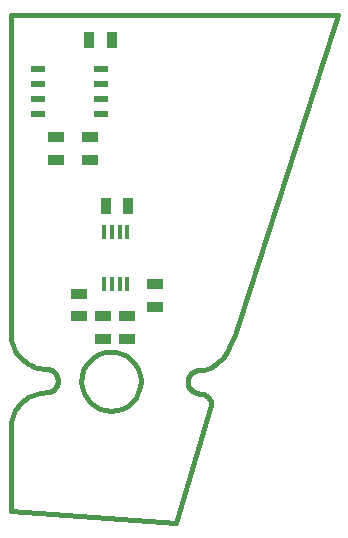
<source format=gbp>
G04 (created by PCBNEW-RS274X (2012-01-19 BZR 3256)-stable) date 21-08-2012 21:42:41*
G01*
G70*
G90*
%MOIN*%
G04 Gerber Fmt 3.4, Leading zero omitted, Abs format*
%FSLAX34Y34*%
G04 APERTURE LIST*
%ADD10C,0.006000*%
%ADD11C,0.015000*%
%ADD12R,0.045000X0.020000*%
%ADD13R,0.035000X0.055000*%
%ADD14R,0.055000X0.035000*%
%ADD15R,0.016000X0.050000*%
G04 APERTURE END LIST*
G54D10*
G54D11*
X50413Y-33996D02*
X50610Y-33819D01*
X50256Y-34114D02*
X50413Y-33996D01*
X50197Y-34154D02*
X50256Y-34114D01*
X50098Y-34193D02*
X50197Y-34154D01*
X49980Y-34213D02*
X50098Y-34193D01*
X49843Y-34213D02*
X49980Y-34213D01*
X50768Y-33602D02*
X50610Y-33819D01*
X50906Y-33327D02*
X50768Y-33602D01*
X51024Y-33031D02*
X50906Y-33327D01*
X49843Y-34212D02*
X49809Y-34214D01*
X49775Y-34218D01*
X49742Y-34226D01*
X49709Y-34236D01*
X49677Y-34249D01*
X49647Y-34265D01*
X49618Y-34284D01*
X49590Y-34305D01*
X49565Y-34328D01*
X49542Y-34353D01*
X49521Y-34381D01*
X49502Y-34410D01*
X49486Y-34440D01*
X49473Y-34472D01*
X49463Y-34505D01*
X49455Y-34538D01*
X49451Y-34572D01*
X49449Y-34606D01*
X50237Y-35394D02*
X50235Y-35360D01*
X50231Y-35326D01*
X50223Y-35293D01*
X50213Y-35260D01*
X50200Y-35228D01*
X50184Y-35198D01*
X50165Y-35169D01*
X50144Y-35141D01*
X50121Y-35116D01*
X50096Y-35093D01*
X50068Y-35072D01*
X50040Y-35053D01*
X50009Y-35037D01*
X49977Y-35024D01*
X49944Y-35014D01*
X49911Y-35006D01*
X49877Y-35002D01*
X49843Y-35000D01*
X49449Y-34606D02*
X49451Y-34640D01*
X49455Y-34674D01*
X49463Y-34707D01*
X49473Y-34740D01*
X49486Y-34772D01*
X49502Y-34802D01*
X49521Y-34831D01*
X49542Y-34859D01*
X49565Y-34884D01*
X49590Y-34907D01*
X49618Y-34928D01*
X49647Y-34947D01*
X49677Y-34963D01*
X49709Y-34976D01*
X49742Y-34986D01*
X49775Y-34994D01*
X49809Y-34998D01*
X49843Y-35000D01*
X44724Y-34961D02*
X44622Y-34966D01*
X44519Y-34979D01*
X44419Y-35002D01*
X44321Y-35033D01*
X44225Y-35072D01*
X44134Y-35120D01*
X44047Y-35175D01*
X43965Y-35238D01*
X43889Y-35307D01*
X43820Y-35383D01*
X43757Y-35465D01*
X43702Y-35552D01*
X43654Y-35643D01*
X43615Y-35739D01*
X43584Y-35837D01*
X43561Y-35937D01*
X43548Y-36040D01*
X43543Y-36142D01*
X44724Y-34961D02*
X44758Y-34959D01*
X44792Y-34955D01*
X44825Y-34947D01*
X44858Y-34937D01*
X44890Y-34924D01*
X44921Y-34908D01*
X44949Y-34889D01*
X44977Y-34868D01*
X45002Y-34845D01*
X45025Y-34820D01*
X45046Y-34792D01*
X45065Y-34763D01*
X45081Y-34733D01*
X45094Y-34701D01*
X45104Y-34668D01*
X45112Y-34635D01*
X45116Y-34601D01*
X45118Y-34567D01*
X45118Y-34567D02*
X45116Y-34533D01*
X45112Y-34499D01*
X45104Y-34466D01*
X45094Y-34433D01*
X45081Y-34401D01*
X45065Y-34371D01*
X45046Y-34342D01*
X45025Y-34314D01*
X45002Y-34289D01*
X44977Y-34266D01*
X44949Y-34245D01*
X44921Y-34226D01*
X44890Y-34210D01*
X44858Y-34197D01*
X44825Y-34187D01*
X44792Y-34179D01*
X44758Y-34175D01*
X44724Y-34173D01*
X43543Y-32992D02*
X43548Y-33094D01*
X43561Y-33197D01*
X43584Y-33297D01*
X43615Y-33395D01*
X43654Y-33491D01*
X43702Y-33582D01*
X43757Y-33669D01*
X43820Y-33751D01*
X43889Y-33827D01*
X43965Y-33896D01*
X44047Y-33959D01*
X44134Y-34014D01*
X44225Y-34062D01*
X44321Y-34101D01*
X44419Y-34132D01*
X44519Y-34155D01*
X44622Y-34168D01*
X44724Y-34173D01*
X51024Y-33031D02*
X54449Y-22382D01*
X43543Y-32992D02*
X43543Y-22382D01*
X43543Y-22382D02*
X54449Y-22382D01*
X47878Y-34587D02*
X47859Y-34778D01*
X47803Y-34963D01*
X47712Y-35133D01*
X47591Y-35283D01*
X47442Y-35406D01*
X47272Y-35497D01*
X47088Y-35554D01*
X46896Y-35574D01*
X46705Y-35557D01*
X46520Y-35503D01*
X46350Y-35413D01*
X46199Y-35292D01*
X46075Y-35145D01*
X45982Y-34976D01*
X45924Y-34792D01*
X45903Y-34600D01*
X45919Y-34409D01*
X45972Y-34224D01*
X46060Y-34052D01*
X46180Y-33901D01*
X46327Y-33776D01*
X46495Y-33682D01*
X46678Y-33623D01*
X46870Y-33600D01*
X47061Y-33615D01*
X47247Y-33666D01*
X47419Y-33753D01*
X47571Y-33872D01*
X47697Y-34018D01*
X47792Y-34186D01*
X47853Y-34369D01*
X47877Y-34560D01*
X47878Y-34587D01*
X50236Y-35394D02*
X49055Y-39311D01*
X43543Y-38917D02*
X43543Y-36102D01*
X43543Y-38917D02*
X49055Y-39311D01*
G54D12*
X44444Y-24188D03*
X46544Y-24188D03*
X44444Y-24688D03*
X44444Y-25188D03*
X44444Y-25688D03*
X46544Y-24688D03*
X46544Y-25188D03*
X46544Y-25688D03*
G54D13*
X46160Y-23228D03*
X46910Y-23228D03*
G54D14*
X48347Y-31357D03*
X48347Y-32107D03*
X47441Y-32420D03*
X47441Y-33170D03*
X45061Y-26453D03*
X45061Y-27203D03*
X46614Y-32420D03*
X46614Y-33170D03*
X46202Y-26453D03*
X46202Y-27203D03*
G54D13*
X47462Y-28740D03*
X46712Y-28740D03*
G54D14*
X45827Y-32422D03*
X45827Y-31672D03*
G54D15*
X47433Y-31347D03*
X47178Y-31347D03*
X46918Y-31347D03*
X46663Y-31347D03*
X46663Y-29597D03*
X46918Y-29597D03*
X47178Y-29597D03*
X47433Y-29597D03*
M02*

</source>
